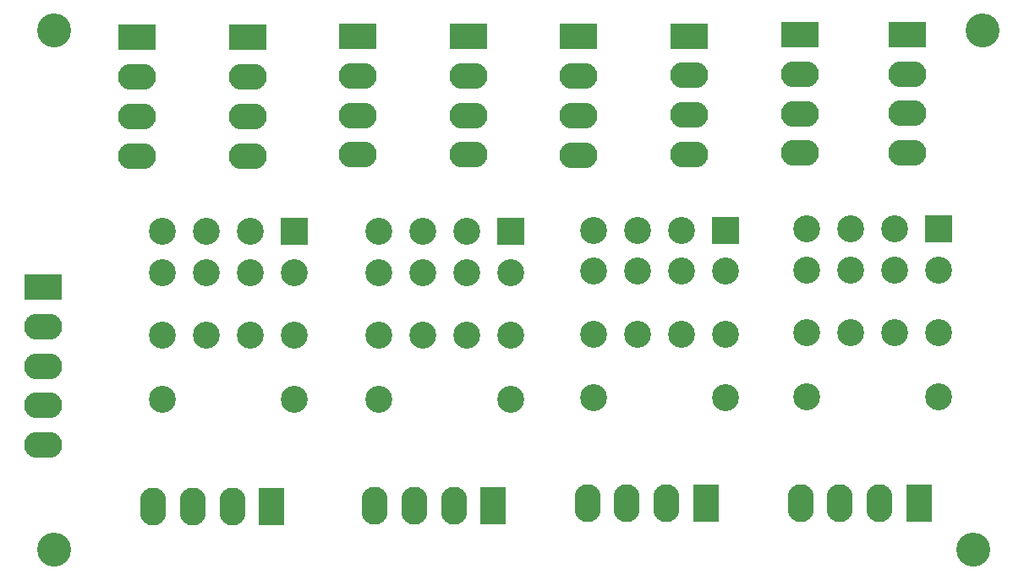
<source format=gts>
G04*
G04 #@! TF.GenerationSoftware,Altium Limited,Altium Designer,20.2.2 (114)*
G04*
G04 Layer_Color=8388736*
%FSLAX44Y44*%
%MOMM*%
G71*
G04*
G04 #@! TF.SameCoordinates,4A35201A-C963-4E52-B05F-806438ECE370*
G04*
G04*
G04 #@! TF.FilePolarity,Negative*
G04*
G01*
G75*
%ADD12R,3.8032X2.6032*%
%ADD13O,3.8032X2.6032*%
%ADD14R,2.6032X3.8032*%
%ADD15O,2.6032X3.8032*%
%ADD16C,2.7032*%
%ADD17R,2.7032X2.7032*%
%ADD18C,3.4032*%
D12*
X786301Y555970D02*
D03*
X565264Y554180D02*
D03*
X675783Y554700D02*
D03*
X123190Y553140D02*
D03*
X233708D02*
D03*
X344227Y554410D02*
D03*
X454746D02*
D03*
X894080Y556260D02*
D03*
X29210Y302950D02*
D03*
D13*
X786301Y516370D02*
D03*
Y476770D02*
D03*
Y437170D02*
D03*
X565264Y514580D02*
D03*
Y474980D02*
D03*
Y435380D02*
D03*
X675783Y515100D02*
D03*
Y475500D02*
D03*
Y435900D02*
D03*
X123190Y513540D02*
D03*
Y473940D02*
D03*
Y434340D02*
D03*
X233708Y513540D02*
D03*
Y473940D02*
D03*
Y434340D02*
D03*
X344227Y514810D02*
D03*
Y475210D02*
D03*
Y435610D02*
D03*
X454746Y514810D02*
D03*
Y475210D02*
D03*
Y435610D02*
D03*
X894080Y516660D02*
D03*
Y477060D02*
D03*
Y437460D02*
D03*
X29210Y263350D02*
D03*
Y223750D02*
D03*
Y184150D02*
D03*
Y144550D02*
D03*
D14*
X257810Y82550D02*
D03*
X905970Y86360D02*
D03*
X692610D02*
D03*
X479770Y83820D02*
D03*
D15*
X218210Y82550D02*
D03*
X178610D02*
D03*
X139010D02*
D03*
X866370Y86360D02*
D03*
X826770D02*
D03*
X787170D02*
D03*
X653010D02*
D03*
X613410D02*
D03*
X573810D02*
D03*
X440170Y83820D02*
D03*
X400570D02*
D03*
X360970D02*
D03*
D16*
X148670Y190500D02*
D03*
Y254500D02*
D03*
X280670Y190500D02*
D03*
Y254500D02*
D03*
X236670D02*
D03*
X192670D02*
D03*
X236670Y317500D02*
D03*
X280670D02*
D03*
X192670D02*
D03*
X148670D02*
D03*
X236670Y358500D02*
D03*
X192670D02*
D03*
X148670D02*
D03*
X580047Y191770D02*
D03*
Y255770D02*
D03*
X712047Y191770D02*
D03*
Y255770D02*
D03*
X668047D02*
D03*
X624047D02*
D03*
X668047Y318770D02*
D03*
X712047D02*
D03*
X624047D02*
D03*
X580047D02*
D03*
X668047Y359770D02*
D03*
X624047D02*
D03*
X580047D02*
D03*
X364994Y190500D02*
D03*
Y254500D02*
D03*
X496993Y190500D02*
D03*
Y254500D02*
D03*
X452993D02*
D03*
X408993D02*
D03*
X452993Y317500D02*
D03*
X496993D02*
D03*
X408993D02*
D03*
X364994D02*
D03*
X452993Y358500D02*
D03*
X408993D02*
D03*
X364994D02*
D03*
X793830Y193040D02*
D03*
Y257040D02*
D03*
X925830Y193040D02*
D03*
Y257040D02*
D03*
X881830D02*
D03*
X837830D02*
D03*
X881830Y320040D02*
D03*
X925830D02*
D03*
X837830D02*
D03*
X793830D02*
D03*
X881830Y361040D02*
D03*
X837830D02*
D03*
X793830D02*
D03*
D17*
X280670Y358500D02*
D03*
X712047Y359770D02*
D03*
X496993Y358500D02*
D03*
X925830Y361040D02*
D03*
D18*
X960000Y40000D02*
D03*
X970000Y560000D02*
D03*
X40000D02*
D03*
Y40000D02*
D03*
M02*

</source>
